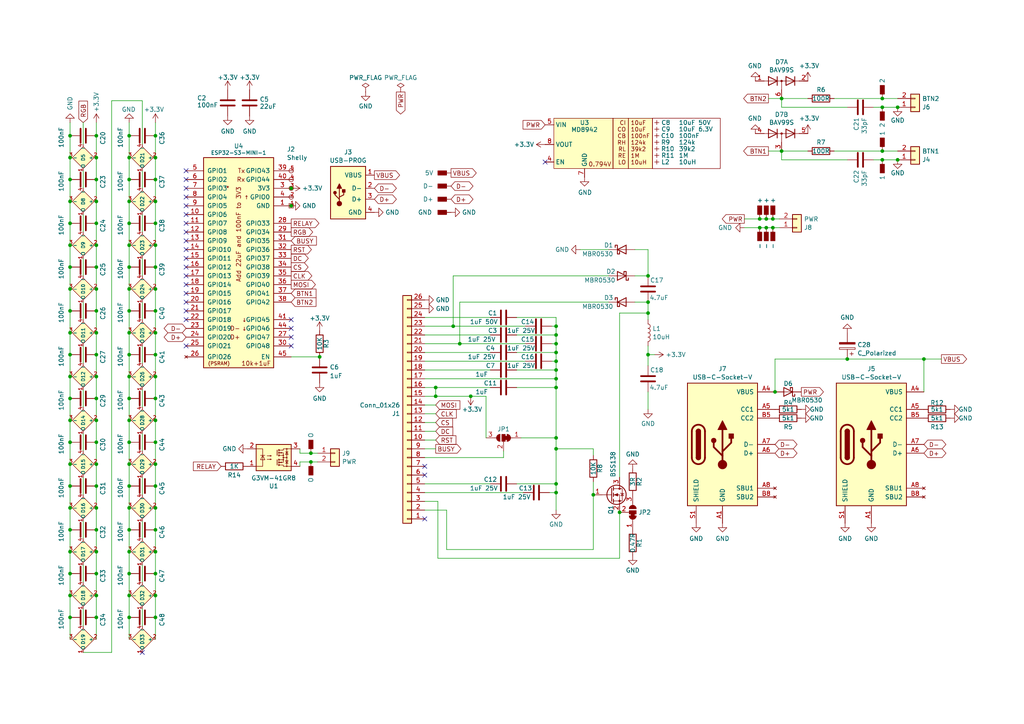
<source format=kicad_sch>
(kicad_sch (version 20230121) (generator eeschema)
  (paper "A4")
  (title_block (title "E-Paper 7.5\"") (rev "1") (comment 1 "@TheRealRevK") (comment 2 "www.me.uk"))
  (junction (at 20.32 128.27))
  (junction (at 37.465 128.27))
  (junction (at 27.94 115.57))
  (junction (at 20.32 140.97))
  (junction (at 255.905 46.355))
  (junction (at 37.465 39.37))
  (junction (at 20.32 121.92))
  (junction (at 27.94 140.97))
  (junction (at 27.94 77.47))
  (junction (at 37.465 140.97))
  (junction (at 20.32 179.07))
  (junction (at 92.71 103.505))
  (junction (at 37.465 160.02))
  (junction (at 20.32 172.72))
  (junction (at 245.745 104.14))
  (junction (at 37.465 58.42))
  (junction (at 27.94 96.52))
  (junction (at 224.79 113.665))
  (junction (at 37.465 134.62))
  (junction (at 45.085 83.82))
  (junction (at 27.94 45.72))
  (junction (at 45.085 52.07))
  (junction (at 161.29 102.235))
  (junction (at 37.465 109.22))
  (junction (at 45.085 115.57))
  (junction (at 161.29 104.775))
  (junction (at 131.445 94.615))
  (junction (at 27.94 166.37))
  (junction (at 27.94 58.42))
  (junction (at 45.085 109.22))
  (junction (at 187.96 87.63))
  (junction (at 224.155 63.5))
  (junction (at 45.085 96.52))
  (junction (at 27.94 64.77))
  (junction (at 27.94 134.62))
  (junction (at 267.97 104.14))
  (junction (at 45.085 172.72))
  (junction (at 84.455 54.61))
  (junction (at 90.17 131.445))
  (junction (at 20.32 160.02))
  (junction (at 45.085 58.42))
  (junction (at 37.465 102.87))
  (junction (at 161.29 130.175))
  (junction (at 45.085 39.37))
  (junction (at 37.465 96.52))
  (junction (at 45.085 128.27))
  (junction (at 136.525 114.935))
  (junction (at 27.94 153.67))
  (junction (at 20.32 77.47))
  (junction (at 224.155 66.04))
  (junction (at 255.905 43.815))
  (junction (at 20.32 115.57))
  (junction (at 187.96 80.01))
  (junction (at 20.32 83.82))
  (junction (at 179.705 148.59))
  (junction (at 27.94 121.92))
  (junction (at 220.345 63.5))
  (junction (at 20.32 52.07))
  (junction (at 84.455 59.69))
  (junction (at 187.96 102.87))
  (junction (at 161.29 142.875))
  (junction (at 45.085 71.12))
  (junction (at 37.465 52.07))
  (junction (at 27.94 90.17))
  (junction (at 20.32 45.72))
  (junction (at 45.085 102.87))
  (junction (at 222.25 66.04))
  (junction (at 45.085 179.07))
  (junction (at 27.94 172.72))
  (junction (at 45.085 45.72))
  (junction (at 27.94 128.27))
  (junction (at 45.085 147.32))
  (junction (at 20.32 153.67))
  (junction (at 45.085 121.92))
  (junction (at 37.465 64.77))
  (junction (at 45.085 153.67))
  (junction (at 161.29 112.395))
  (junction (at 20.32 58.42))
  (junction (at 220.345 66.04))
  (junction (at 90.17 133.985))
  (junction (at 20.32 102.87))
  (junction (at 20.32 166.37))
  (junction (at 45.085 77.47))
  (junction (at 27.94 83.82))
  (junction (at 20.32 90.17))
  (junction (at 187.96 90.805))
  (junction (at 27.94 39.37))
  (junction (at 260.35 46.355))
  (junction (at 126.365 112.395))
  (junction (at 45.085 140.97))
  (junction (at 45.085 90.17))
  (junction (at 133.35 99.695))
  (junction (at 255.905 31.115))
  (junction (at 27.94 179.07))
  (junction (at 27.94 109.22))
  (junction (at 161.29 109.855))
  (junction (at 161.29 140.335))
  (junction (at 20.32 71.12))
  (junction (at 27.94 160.02))
  (junction (at 161.29 107.315))
  (junction (at 37.465 121.92))
  (junction (at 20.32 64.77))
  (junction (at 37.465 153.67))
  (junction (at 222.25 63.5))
  (junction (at 37.465 172.72))
  (junction (at 260.35 31.115))
  (junction (at 37.465 77.47))
  (junction (at 37.465 90.17))
  (junction (at 37.465 147.32))
  (junction (at 126.365 114.935))
  (junction (at 27.94 147.32))
  (junction (at 226.695 28.575))
  (junction (at 27.94 102.87))
  (junction (at 27.94 71.12))
  (junction (at 37.465 83.82))
  (junction (at 37.465 71.12))
  (junction (at 20.32 39.37))
  (junction (at 20.32 96.52))
  (junction (at 20.32 134.62))
  (junction (at 172.085 143.51))
  (junction (at 37.465 166.37))
  (junction (at 27.94 52.07))
  (junction (at 37.465 179.07))
  (junction (at 37.465 115.57))
  (junction (at 161.29 99.695))
  (junction (at 20.32 147.32))
  (junction (at 226.695 43.815))
  (junction (at 45.085 134.62))
  (junction (at 255.905 28.575))
  (junction (at 45.085 64.77))
  (junction (at 161.29 127))
  (junction (at 45.085 166.37))
  (junction (at 20.32 109.22))
  (junction (at 161.29 97.155))
  (junction (at 45.085 160.02))
  (junction (at 161.29 94.615))
  (junction (at 37.465 45.72))
  (no_connect (at 53.975 80.01))
  (no_connect (at 53.975 64.77))
  (no_connect (at 53.975 77.47))
  (no_connect (at 53.975 57.15))
  (no_connect (at 123.19 137.795))
  (no_connect (at 53.975 92.71))
  (no_connect (at 53.975 49.53))
  (no_connect (at 84.455 92.71))
  (no_connect (at 84.455 100.33))
  (no_connect (at 84.455 97.79))
  (no_connect (at 53.975 59.69))
  (no_connect (at 158.115 46.99))
  (no_connect (at 53.975 54.61))
  (no_connect (at 53.975 82.55))
  (no_connect (at 53.975 90.17))
  (no_connect (at 53.975 85.09))
  (no_connect (at 53.975 72.39))
  (no_connect (at 53.975 52.07))
  (no_connect (at 123.19 135.255))
  (no_connect (at 53.975 69.85))
  (no_connect (at 53.975 100.33))
  (no_connect (at 84.455 95.25))
  (no_connect (at 53.975 67.31))
  (no_connect (at 41.275 189.23))
  (no_connect (at 123.19 150.495))
  (no_connect (at 53.975 62.23))
  (no_connect (at 53.975 87.63))
  (no_connect (at 53.975 74.93))
  (wire (pts (xy 90.17 133.985) (xy 86.995 133.985)))
  (wire (pts (xy 27.94 64.77) (xy 27.94 71.12)))
  (wire (pts (xy 161.29 112.395) (xy 161.29 127)))
  (wire (pts (xy 37.465 45.72) (xy 37.465 52.07)))
  (wire (pts (xy 123.19 117.475) (xy 126.365 117.475)))
  (wire (pts (xy 27.94 134.62) (xy 27.94 140.97)))
  (wire (pts (xy 255.905 43.815) (xy 260.35 43.815)))
  (wire (pts (xy 123.19 109.855) (xy 161.29 109.855)))
  (wire (pts (xy 179.705 148.59) (xy 179.705 161.925)))
  (wire (pts (xy 32.385 29.21) (xy 41.275 29.21)))
  (wire (pts (xy 20.32 134.62) (xy 20.32 140.97)))
  (wire (pts (xy 20.32 102.87) (xy 20.32 109.22)))
  (wire (pts (xy 224.155 63.5) (xy 226.06 63.5)))
  (wire (pts (xy 149.86 107.315) (xy 161.29 107.315)))
  (wire (pts (xy 20.32 153.67) (xy 20.32 160.02)))
  (wire (pts (xy 20.32 115.57) (xy 20.32 121.92)))
  (wire (pts (xy 90.17 131.445) (xy 92.075 131.445)))
  (wire (pts (xy 41.275 181.61) (xy 41.275 176.53)))
  (wire (pts (xy 187.96 100.33) (xy 187.96 102.87)))
  (wire (pts (xy 27.94 58.42) (xy 27.94 64.77)))
  (wire (pts (xy 241.935 28.575) (xy 255.905 28.575)))
  (wire (pts (xy 168.275 72.39) (xy 176.53 72.39)))
  (wire (pts (xy 37.465 153.67) (xy 37.465 160.02)))
  (wire (pts (xy 161.29 94.615) (xy 161.29 92.075)))
  (wire (pts (xy 27.94 96.52) (xy 27.94 102.87)))
  (wire (pts (xy 151.13 127) (xy 161.29 127)))
  (wire (pts (xy 45.085 115.57) (xy 45.085 121.92)))
  (wire (pts (xy 45.085 109.22) (xy 45.085 115.57)))
  (wire (pts (xy 123.19 130.175) (xy 126.365 130.175)))
  (wire (pts (xy 41.275 143.51) (xy 41.275 138.43)))
  (wire (pts (xy 126.365 114.935) (xy 136.525 114.935)))
  (wire (pts (xy 172.085 130.175) (xy 161.29 130.175)))
  (wire (pts (xy 37.465 35.56) (xy 37.465 39.37)))
  (wire (pts (xy 253.365 46.355) (xy 255.905 46.355)))
  (wire (pts (xy 27.94 83.82) (xy 27.94 90.17)))
  (wire (pts (xy 161.29 104.775) (xy 161.29 102.235)))
  (wire (pts (xy 27.94 109.22) (xy 27.94 115.57)))
  (wire (pts (xy 20.32 147.32) (xy 20.32 153.67)))
  (wire (pts (xy 160.02 94.615) (xy 161.29 94.615)))
  (wire (pts (xy 20.32 64.77) (xy 20.32 71.12)))
  (wire (pts (xy 161.29 99.695) (xy 161.29 97.155)))
  (wire (pts (xy 123.19 145.415) (xy 127 145.415)))
  (wire (pts (xy 161.29 130.175) (xy 161.29 140.335)))
  (wire (pts (xy 187.96 113.665) (xy 187.96 118.745)))
  (wire (pts (xy 126.365 112.395) (xy 126.365 114.935)))
  (wire (pts (xy 20.32 71.12) (xy 20.32 77.47)))
  (wire (pts (xy 45.085 45.72) (xy 45.085 52.07)))
  (wire (pts (xy 253.365 31.115) (xy 255.905 31.115)))
  (wire (pts (xy 27.94 71.12) (xy 27.94 77.47)))
  (wire (pts (xy 20.32 39.37) (xy 20.32 45.72)))
  (wire (pts (xy 161.29 107.315) (xy 161.29 109.855)))
  (wire (pts (xy 27.94 90.17) (xy 27.94 96.52)))
  (wire (pts (xy 27.94 52.07) (xy 27.94 58.42)))
  (wire (pts (xy 45.085 102.87) (xy 45.085 109.22)))
  (wire (pts (xy 187.96 90.805) (xy 187.96 92.71)))
  (wire (pts (xy 45.085 64.77) (xy 45.085 71.12)))
  (wire (pts (xy 255.905 46.355) (xy 260.35 46.355)))
  (wire (pts (xy 245.745 104.14) (xy 267.97 104.14)))
  (wire (pts (xy 20.32 96.52) (xy 20.32 102.87)))
  (wire (pts (xy 187.96 102.87) (xy 189.865 102.87)))
  (wire (pts (xy 37.465 58.42) (xy 37.465 64.77)))
  (wire (pts (xy 172.085 143.51) (xy 172.085 159.385)))
  (wire (pts (xy 24.13 92.71) (xy 24.13 87.63)))
  (wire (pts (xy 20.32 172.72) (xy 20.32 179.07)))
  (wire (pts (xy 187.96 102.87) (xy 187.96 106.045)))
  (wire (pts (xy 90.17 131.445) (xy 86.995 131.445)))
  (wire (pts (xy 45.085 96.52) (xy 45.085 102.87)))
  (wire (pts (xy 160.02 99.695) (xy 161.29 99.695)))
  (wire (pts (xy 41.275 113.03) (xy 41.275 118.11)))
  (wire (pts (xy 129.54 147.955) (xy 129.54 159.385)))
  (wire (pts (xy 161.29 104.775) (xy 161.29 107.315)))
  (wire (pts (xy 37.465 90.17) (xy 37.465 96.52)))
  (wire (pts (xy 123.19 125.095) (xy 126.365 125.095)))
  (wire (pts (xy 41.275 105.41) (xy 41.275 100.33)))
  (wire (pts (xy 37.465 39.37) (xy 37.465 45.72)))
  (wire (pts (xy 24.13 130.81) (xy 24.13 125.73)))
  (wire (pts (xy 24.13 80.01) (xy 24.13 74.93)))
  (wire (pts (xy 86.995 133.985) (xy 86.995 135.255)))
  (wire (pts (xy 32.385 189.23) (xy 32.385 29.21)))
  (wire (pts (xy 226.695 43.815) (xy 226.695 46.355)))
  (wire (pts (xy 27.94 128.27) (xy 27.94 134.62)))
  (wire (pts (xy 123.19 107.315) (xy 142.24 107.315)))
  (wire (pts (xy 37.465 121.92) (xy 37.465 128.27)))
  (wire (pts (xy 27.94 102.87) (xy 27.94 109.22)))
  (wire (pts (xy 184.15 87.63) (xy 187.96 87.63)))
  (wire (pts (xy 20.32 45.72) (xy 20.32 52.07)))
  (wire (pts (xy 133.35 87.63) (xy 176.53 87.63)))
  (wire (pts (xy 123.19 132.715) (xy 146.05 132.715)))
  (wire (pts (xy 37.465 96.52) (xy 37.465 102.87)))
  (wire (pts (xy 161.29 142.875) (xy 161.29 147.955)))
  (wire (pts (xy 20.32 77.47) (xy 20.32 83.82)))
  (wire (pts (xy 45.085 39.37) (xy 45.085 45.72)))
  (wire (pts (xy 123.19 102.235) (xy 142.24 102.235)))
  (wire (pts (xy 45.085 160.02) (xy 45.085 166.37)))
  (wire (pts (xy 161.29 140.335) (xy 149.86 140.335)))
  (wire (pts (xy 45.085 166.37) (xy 45.085 172.72)))
  (wire (pts (xy 215.9 66.04) (xy 220.345 66.04)))
  (wire (pts (xy 37.465 109.22) (xy 37.465 115.57)))
  (wire (pts (xy 255.905 28.575) (xy 260.35 28.575)))
  (wire (pts (xy 222.25 66.04) (xy 224.155 66.04)))
  (wire (pts (xy 37.465 52.07) (xy 37.465 58.42)))
  (wire (pts (xy 226.695 28.575) (xy 226.695 31.115)))
  (wire (pts (xy 220.345 66.04) (xy 222.25 66.04)))
  (wire (pts (xy 27.94 35.56) (xy 27.94 39.37)))
  (wire (pts (xy 37.465 147.32) (xy 37.465 153.67)))
  (wire (pts (xy 37.465 83.82) (xy 37.465 90.17)))
  (wire (pts (xy 45.085 172.72) (xy 45.085 179.07)))
  (wire (pts (xy 41.275 29.21) (xy 41.275 41.91)))
  (wire (pts (xy 140.97 114.935) (xy 140.97 127)))
  (wire (pts (xy 45.085 52.07) (xy 45.085 58.42)))
  (wire (pts (xy 222.885 28.575) (xy 226.695 28.575)))
  (wire (pts (xy 222.25 63.5) (xy 224.155 63.5)))
  (wire (pts (xy 27.94 172.72) (xy 27.94 179.07)))
  (wire (pts (xy 24.13 35.56) (xy 24.13 41.91)))
  (wire (pts (xy 45.085 147.32) (xy 45.085 153.67)))
  (wire (pts (xy 24.13 181.61) (xy 24.13 176.53)))
  (wire (pts (xy 37.465 64.77) (xy 37.465 71.12)))
  (wire (pts (xy 187.96 72.39) (xy 187.96 80.01)))
  (wire (pts (xy 45.085 128.27) (xy 45.085 134.62)))
  (wire (pts (xy 224.79 104.14) (xy 245.745 104.14)))
  (wire (pts (xy 161.29 92.075) (xy 149.86 92.075)))
  (wire (pts (xy 123.19 99.695) (xy 133.35 99.695)))
  (wire (pts (xy 37.465 172.72) (xy 37.465 179.07)))
  (wire (pts (xy 179.705 90.805) (xy 179.705 138.43)))
  (wire (pts (xy 172.085 132.08) (xy 172.085 130.175)))
  (wire (pts (xy 37.465 128.27) (xy 37.465 134.62)))
  (wire (pts (xy 41.275 168.91) (xy 41.275 163.83)))
  (wire (pts (xy 41.275 92.71) (xy 41.275 87.63)))
  (wire (pts (xy 37.465 71.12) (xy 37.465 77.47)))
  (wire (pts (xy 20.32 128.27) (xy 20.32 134.62)))
  (wire (pts (xy 146.05 132.715) (xy 146.05 130.81)))
  (wire (pts (xy 45.085 58.42) (xy 45.085 64.77)))
  (wire (pts (xy 24.13 156.21) (xy 24.13 151.13)))
  (wire (pts (xy 136.525 114.935) (xy 140.97 114.935)))
  (wire (pts (xy 84.455 103.505) (xy 92.71 103.505)))
  (wire (pts (xy 123.19 97.155) (xy 142.24 97.155)))
  (wire (pts (xy 45.085 90.17) (xy 45.085 96.52)))
  (wire (pts (xy 161.29 127) (xy 161.29 130.175)))
  (wire (pts (xy 184.15 72.39) (xy 187.96 72.39)))
  (wire (pts (xy 41.275 130.81) (xy 41.275 125.73)))
  (wire (pts (xy 24.13 189.23) (xy 32.385 189.23)))
  (wire (pts (xy 27.94 115.57) (xy 27.94 121.92)))
  (wire (pts (xy 27.94 140.97) (xy 27.94 147.32)))
  (wire (pts (xy 123.19 147.955) (xy 129.54 147.955)))
  (wire (pts (xy 160.02 104.775) (xy 161.29 104.775)))
  (wire (pts (xy 45.085 35.56) (xy 45.085 39.37)))
  (wire (pts (xy 20.32 179.07) (xy 20.32 185.42)))
  (wire (pts (xy 222.885 43.815) (xy 226.695 43.815)))
  (wire (pts (xy 20.32 35.56) (xy 20.32 39.37)))
  (wire (pts (xy 123.19 94.615) (xy 131.445 94.615)))
  (wire (pts (xy 187.96 90.805) (xy 179.705 90.805)))
  (wire (pts (xy 20.32 160.02) (xy 20.32 166.37)))
  (wire (pts (xy 24.13 143.51) (xy 24.13 138.43)))
  (wire (pts (xy 123.19 127.635) (xy 126.365 127.635)))
  (wire (pts (xy 226.695 28.575) (xy 234.315 28.575)))
  (wire (pts (xy 241.935 43.815) (xy 255.905 43.815)))
  (wire (pts (xy 37.465 140.97) (xy 37.465 147.32)))
  (wire (pts (xy 20.32 52.07) (xy 20.32 58.42)))
  (wire (pts (xy 45.085 179.07) (xy 45.085 185.42)))
  (wire (pts (xy 161.29 140.335) (xy 161.29 142.875)))
  (wire (pts (xy 161.29 102.235) (xy 161.29 99.695)))
  (wire (pts (xy 224.79 113.665) (xy 224.79 104.14)))
  (wire (pts (xy 37.465 102.87) (xy 37.465 109.22)))
  (wire (pts (xy 37.465 77.47) (xy 37.465 83.82)))
  (wire (pts (xy 255.905 31.115) (xy 260.35 31.115)))
  (wire (pts (xy 172.085 139.7) (xy 172.085 143.51)))
  (wire (pts (xy 27.94 147.32) (xy 27.94 153.67)))
  (wire (pts (xy 226.695 43.815) (xy 234.315 43.815)))
  (wire (pts (xy 123.19 140.335) (xy 142.24 140.335)))
  (wire (pts (xy 131.445 94.615) (xy 131.445 80.01)))
  (wire (pts (xy 149.86 102.235) (xy 161.29 102.235)))
  (wire (pts (xy 45.085 77.47) (xy 45.085 83.82)))
  (wire (pts (xy 161.29 112.395) (xy 161.29 109.855)))
  (wire (pts (xy 45.085 140.97) (xy 45.085 147.32)))
  (wire (pts (xy 131.445 94.615) (xy 152.4 94.615)))
  (wire (pts (xy 187.96 87.63) (xy 187.96 90.805)))
  (wire (pts (xy 24.13 168.91) (xy 24.13 163.83)))
  (wire (pts (xy 24.13 105.41) (xy 24.13 100.33)))
  (wire (pts (xy 226.695 46.355) (xy 245.745 46.355)))
  (wire (pts (xy 226.695 31.115) (xy 245.745 31.115)))
  (wire (pts (xy 27.94 166.37) (xy 27.94 172.72)))
  (wire (pts (xy 161.29 97.155) (xy 161.29 94.615)))
  (wire (pts (xy 20.32 90.17) (xy 20.32 96.52)))
  (wire (pts (xy 215.9 63.5) (xy 220.345 63.5)))
  (wire (pts (xy 37.465 179.07) (xy 37.465 185.42)))
  (wire (pts (xy 149.86 97.155) (xy 161.29 97.155)))
  (wire (pts (xy 27.94 39.37) (xy 27.94 45.72)))
  (wire (pts (xy 45.085 153.67) (xy 45.085 160.02)))
  (wire (pts (xy 20.32 166.37) (xy 20.32 172.72)))
  (wire (pts (xy 27.94 160.02) (xy 27.94 166.37)))
  (wire (pts (xy 45.085 71.12) (xy 45.085 77.47)))
  (wire (pts (xy 161.29 142.875) (xy 159.385 142.875)))
  (wire (pts (xy 149.86 112.395) (xy 161.29 112.395)))
  (wire (pts (xy 123.19 122.555) (xy 126.365 122.555)))
  (wire (pts (xy 41.275 54.61) (xy 41.275 49.53)))
  (wire (pts (xy 27.94 179.07) (xy 27.94 185.42)))
  (wire (pts (xy 41.275 156.21) (xy 41.275 151.13)))
  (wire (pts (xy 127 145.415) (xy 127 161.925)))
  (wire (pts (xy 224.155 66.04) (xy 226.06 66.04)))
  (wire (pts (xy 27.94 77.47) (xy 27.94 83.82)))
  (wire (pts (xy 220.345 63.5) (xy 222.25 63.5)))
  (wire (pts (xy 184.15 80.01) (xy 187.96 80.01)))
  (wire (pts (xy 37.465 160.02) (xy 37.465 166.37)))
  (wire (pts (xy 90.17 133.985) (xy 92.075 133.985)))
  (wire (pts (xy 45.085 83.82) (xy 45.085 90.17)))
  (wire (pts (xy 133.35 99.695) (xy 152.4 99.695)))
  (wire (pts (xy 45.085 134.62) (xy 45.085 140.97)))
  (wire (pts (xy 41.275 67.31) (xy 41.275 62.23)))
  (wire (pts (xy 133.35 99.695) (xy 133.35 87.63)))
  (wire (pts (xy 86.995 131.445) (xy 86.995 130.175)))
  (wire (pts (xy 41.275 80.01) (xy 41.275 74.93)))
  (wire (pts (xy 131.445 80.01) (xy 176.53 80.01)))
  (wire (pts (xy 24.13 67.31) (xy 24.13 62.23)))
  (wire (pts (xy 27.94 121.92) (xy 27.94 128.27)))
  (wire (pts (xy 20.32 140.97) (xy 20.32 147.32)))
  (wire (pts (xy 123.19 120.015) (xy 126.365 120.015)))
  (wire (pts (xy 20.32 58.42) (xy 20.32 64.77)))
  (wire (pts (xy 126.365 112.395) (xy 142.24 112.395)))
  (wire (pts (xy 123.19 112.395) (xy 126.365 112.395)))
  (wire (pts (xy 123.19 92.075) (xy 142.24 92.075)))
  (wire (pts (xy 27.94 45.72) (xy 27.94 52.07)))
  (wire (pts (xy 37.465 134.62) (xy 37.465 140.97)))
  (wire (pts (xy 27.94 153.67) (xy 27.94 160.02)))
  (wire (pts (xy 267.97 104.14) (xy 267.97 113.665)))
  (wire (pts (xy 37.465 115.57) (xy 37.465 121.92)))
  (wire (pts (xy 37.465 166.37) (xy 37.465 172.72)))
  (wire (pts (xy 20.32 83.82) (xy 20.32 90.17)))
  (wire (pts (xy 45.085 121.92) (xy 45.085 128.27)))
  (wire (pts (xy 123.19 104.775) (xy 152.4 104.775)))
  (wire (pts (xy 123.19 114.935) (xy 126.365 114.935)))
  (wire (pts (xy 127 161.925) (xy 179.705 161.925)))
  (wire (pts (xy 267.97 104.14) (xy 273.05 104.14)))
  (wire (pts (xy 24.13 49.53) (xy 24.13 54.61)))
  (wire (pts (xy 129.54 159.385) (xy 172.085 159.385)))
  (wire (pts (xy 123.19 142.875) (xy 151.765 142.875)))
  (wire (pts (xy 24.13 113.03) (xy 24.13 118.11)))
  (wire (pts (xy 20.32 109.22) (xy 20.32 115.57)))
  (wire (pts (xy 20.32 121.92) (xy 20.32 128.27)))
  (global_label "CLK" (shape input) (at 126.365 120.015 0) (property "Intersheetrefs" "${INTERSHEET_REFS}" (effects hide)))
  (global_label "BTN2" (shape output) (at 222.885 28.575 180) (property "Intersheetrefs" "${INTERSHEET_REFS}" (effects hide)))
  (global_label "BTN2" (shape input) (at 84.455 87.63 0) (property "Intersheetrefs" "${INTERSHEET_REFS}" (effects hide)))
  (global_label "MOSI" (shape output) (at 84.455 82.55 0) (property "Intersheetrefs" "${INTERSHEET_REFS}" (effects hide)))
  (global_label "MOSI" (shape input) (at 126.365 117.475 0) (property "Intersheetrefs" "${INTERSHEET_REFS}" (effects hide)))
  (global_label "VBUS" (shape output) (at 108.585 50.8 0) (property "Intersheetrefs" "${INTERSHEET_REFS}" (effects hide)))
  (global_label "BUSY" (shape input) (at 84.455 69.85 0) (property "Intersheetrefs" "${INTERSHEET_REFS}" (effects hide)))
  (global_label "PWR" (shape output) (at 232.41 113.665 0) (property "Intersheetrefs" "${INTERSHEET_REFS}" (effects hide)))
  (global_label "VBUS" (shape output) (at 273.05 104.14 0) (property "Intersheetrefs" "${INTERSHEET_REFS}" (effects hide)))
  (global_label "D+" (shape bidirectional) (at 224.79 131.445 0) (property "Intersheetrefs" "${INTERSHEET_REFS}" (effects hide)))
  (global_label "PWR" (shape output) (at 215.9 63.5 180) (property "Intersheetrefs" "${INTERSHEET_REFS}" (effects hide)))
  (global_label "VBUS" (shape output) (at 130.81 50.165 0) (property "Intersheetrefs" "${INTERSHEET_REFS}" (effects hide)))
  (global_label "RELAY" (shape input) (at 64.135 135.255 180) (property "Intersheetrefs" "${INTERSHEET_REFS}" (effects hide)))
  (global_label "PWR" (shape input) (at 158.115 36.195 180) (property "Intersheetrefs" "${INTERSHEET_REFS}" (effects hide)))
  (global_label "DC" (shape output) (at 84.455 74.93 0) (property "Intersheetrefs" "${INTERSHEET_REFS}" (effects hide)))
  (global_label "D+" (shape bidirectional) (at 53.975 97.79 180) (property "Intersheetrefs" "${INTERSHEET_REFS}" (effects hide)))
  (global_label "PWR" (shape output) (at 116.205 26.67 270) (property "Intersheetrefs" "${INTERSHEET_REFS}" (effects hide)))
  (global_label "RST" (shape output) (at 84.455 72.39 0) (property "Intersheetrefs" "${INTERSHEET_REFS}" (effects hide)))
  (global_label "CS" (shape output) (at 84.455 77.47 0) (property "Intersheetrefs" "${INTERSHEET_REFS}" (effects hide)))
  (global_label "D+" (shape bidirectional) (at 130.81 57.785 0) (property "Intersheetrefs" "${INTERSHEET_REFS}" (effects hide)))
  (global_label "BUSY" (shape output) (at 126.365 130.175 0) (property "Intersheetrefs" "${INTERSHEET_REFS}" (effects hide)))
  (global_label "D-" (shape bidirectional) (at 224.79 128.905 0) (property "Intersheetrefs" "${INTERSHEET_REFS}" (effects hide)))
  (global_label "DC" (shape input) (at 126.365 125.095 0) (property "Intersheetrefs" "${INTERSHEET_REFS}" (effects hide)))
  (global_label "RGB" (shape output) (at 84.455 67.31 0) (property "Intersheetrefs" "${INTERSHEET_REFS}" (effects hide)))
  (global_label "D-" (shape bidirectional) (at 53.975 95.25 180) (property "Intersheetrefs" "${INTERSHEET_REFS}" (effects hide)))
  (global_label "D+" (shape bidirectional) (at 267.97 131.445 0) (property "Intersheetrefs" "${INTERSHEET_REFS}" (effects hide)))
  (global_label "RST" (shape input) (at 126.365 127.635 0) (property "Intersheetrefs" "${INTERSHEET_REFS}" (effects hide)))
  (global_label "CS" (shape input) (at 126.365 122.555 0) (property "Intersheetrefs" "${INTERSHEET_REFS}" (effects hide)))
  (global_label "D+" (shape bidirectional) (at 108.585 57.785 0) (property "Intersheetrefs" "${INTERSHEET_REFS}" (effects hide)))
  (global_label "CLK" (shape output) (at 84.455 80.01 0) (property "Intersheetrefs" "${INTERSHEET_REFS}" (effects hide)))
  (global_label "D-" (shape bidirectional) (at 108.585 54.61 0) (property "Intersheetrefs" "${INTERSHEET_REFS}" (effects hide)))
  (global_label "D-" (shape bidirectional) (at 130.81 53.975 0) (property "Intersheetrefs" "${INTERSHEET_REFS}" (effects hide)))
  (global_label "RGB" (shape input) (at 24.13 35.56 90) (property "Intersheetrefs" "${INTERSHEET_REFS}" (effects hide)))
  (global_label "BTN1" (shape input) (at 84.455 85.09 0) (property "Intersheetrefs" "${INTERSHEET_REFS}" (effects hide)))
  (global_label "D-" (shape bidirectional) (at 267.97 128.905 0) (property "Intersheetrefs" "${INTERSHEET_REFS}" (effects hide)))
  (global_label "BTN1" (shape output) (at 222.885 43.815 180) (property "Intersheetrefs" "${INTERSHEET_REFS}" (effects hide)))
  (global_label "RELAY" (shape output) (at 84.455 64.77 0) (property "Intersheetrefs" "${INTERSHEET_REFS}" (effects hide)))
  (symbol (lib_id "power:GND") (at 106.045 26.67 0) (unit 1)
    (property "Reference" "#PWR029" (effects hide))
    (property "Value" "GND" (at 106.045 30.8031 0))
  )
  (symbol (lib_id "RevK:Shelly") (at 84.455 54.61 0) (unit 1) (in_bom no)
    (property "Reference" "J2" (at 83.185 43.2958 0) (effects (justify left)))
    (property "Value" "Shelly" (at 83.185 45.72 0) (effects (justify left)))
    (property "Footprint" "RevK:Shelly" (effects hide))
  )
  (symbol (lib_id "RevK:WS2812B-1mm") (at 41.275 45.72 90) (mirror x) (unit 1)
    (property "Reference" "D21" (at 41.275 45.72 0) (effects (font (size 1 1))))
    (property "Value" "XL-1010RGBC-WS2812B" (effects hide))
    (property "Footprint" "RevK:SMD1010" (effects hide))
    (property "Datasheet" "https://datasheet.lcsc.com/lcsc/2301111010_XINGLIGHT-XL-1010RGBC-WS2812B_C5349953.pdf" (effects hide))
    (property "LCSC Part #" "C5349953" (effects hide))
  )
  (symbol (lib_id "RevK:Hidden") (at 190.5 39.37 90) (unit 1)
    (property "Reference" "C10" (at 195.58 39.37 90) (effects (justify left)))
    (property "Value" "100nF" (at 196.85 39.37 90) (effects (justify right)))
    (property "Footprint" "RevK:C_0603_" (effects hide))
  )
  (symbol (lib_id "RevK:WS2812B-1mm") (at 24.13 185.42 90) (mirror x) (unit 1)
    (property "Reference" "D19" (at 24.13 185.42 0) (effects (font (size 1 1))))
    (property "Value" "XL-1010RGBC-WS2812B" (effects hide))
    (property "Footprint" "RevK:SMD1010" (effects hide))
    (property "Datasheet" "https://datasheet.lcsc.com/lcsc/2301111010_XINGLIGHT-XL-1010RGBC-WS2812B_C5349953.pdf" (effects hide))
    (property "LCSC Part #" "C5349953" (effects hide))
  )
  (symbol (lib_id "power:+3.3V") (at 92.71 95.885 0) (unit 1)
    (property "Reference" "#PWR014" (effects hide))
    (property "Value" "+3.3V" (at 92.71 92.3092 0))
  )
  (symbol (lib_id "RevK:WS2812B-1mm") (at 41.275 58.42 90) (mirror x) (unit 1)
    (property "Reference" "D22" (at 41.275 58.42 0) (effects (font (size 1 1))))
    (property "Value" "XL-1010RGBC-WS2812B" (effects hide))
    (property "Footprint" "RevK:SMD1010" (effects hide))
    (property "Datasheet" "https://datasheet.lcsc.com/lcsc/2301111010_XINGLIGHT-XL-1010RGBC-WS2812B_C5349953.pdf" (effects hide))
    (property "LCSC Part #" "C5349953" (effects hide))
  )
  (symbol (lib_id "Device:C") (at 156.21 99.695 90) (unit 1)
    (property "Reference" "C15" (at 153.035 98.425 90))
    (property "Value" "1uF 25V" (at 151.13 100.965 90))
    (property "Footprint" "RevK:C_0402" (effects hide))
  )
  (symbol (lib_id "Device:C") (at 41.275 39.37 270) (unit 1)
    (property "Reference" "C36" (at 46.99 38.1 0) (effects (justify left)))
    (property "Value" "100nF" (at 34.925 36.83 0) (effects (justify left)))
    (property "Footprint" "RevK:C_0402" (effects hide))
  )
  (symbol (lib_id "Device:C") (at 146.05 102.235 90) (unit 1)
    (property "Reference" "C4" (at 142.24 100.965 90))
    (property "Value" "1uF 25V" (at 139.7 103.505 90))
    (property "Footprint" "RevK:C_0402" (effects hide))
  )
  (symbol (lib_id "power:+3.3V") (at 27.94 35.56 0) (unit 1)
    (property "Reference" "#PWR022" (effects hide))
    (property "Value" "+3.3V" (at 27.94 26.67 90) (effects (justify right)))
  )
  (symbol (lib_id "Device:C") (at 24.13 39.37 270) (unit 1)
    (property "Reference" "C20" (at 29.845 38.1 0) (effects (justify left)))
    (property "Value" "100nF" (at 17.78 36.83 0) (effects (justify left)))
    (property "Footprint" "RevK:C_0402" (effects hide))
  )
  (symbol (lib_id "Jumper:SolderJumper_3_Bridged12") (at 183.515 148.59 270) (mirror x) (unit 1) (in_bom no)
    (property "Reference" "JP2" (at 185.1659 148.59 90) (effects (justify left)))
    (property "Value" "SolderJumper_3_Bridged12" (effects hide))
    (property "Footprint" "RevK:SolderJumper3" (effects hide))
  )
  (symbol (lib_id "RevK:SolderPad") (at 255.905 46.355 270) (unit 1) (in_bom no)
    (property "Reference" "P2" (effects hide))
    (property "Value" "1" (at 255.905 50.8 0) (effects (justify left)))
    (property "Footprint" "RevK:SolderPad" (effects hide))
  )
  (symbol (lib_id "Device:R") (at 238.125 28.575 270) (unit 1)
    (property "Reference" "R6" (at 238.125 26.035 90))
    (property "Value" "100R" (at 238.125 28.575 90))
    (property "Footprint" "RevK:R_0402" (effects hide))
  )
  (symbol (lib_id "power:GND") (at 275.59 118.745 90) (unit 1)
    (property "Reference" "#PWR035" (effects hide))
    (property "Value" "GND" (at 280.0334 118.745 90))
  )
  (symbol (lib_id "Device:C") (at 24.13 128.27 270) (unit 1)
    (property "Reference" "C30" (at 29.845 127 0) (effects (justify left)))
    (property "Value" "100nF" (at 17.78 125.73 0) (effects (justify left)))
    (property "Footprint" "RevK:C_0402" (effects hide))
  )
  (symbol (lib_id "Device:C") (at 146.05 107.315 90) (unit 1)
    (property "Reference" "C7" (at 142.24 106.045 90))
    (property "Value" "1uF" (at 139.7 108.585 90))
    (property "Footprint" "RevK:C_0402" (effects hide))
  )
  (symbol (lib_id "RevK:WS2812B-1mm") (at 41.275 134.62 90) (mirror x) (unit 1)
    (property "Reference" "D29" (at 41.275 134.62 0) (effects (font (size 1 1))))
    (property "Value" "XL-1010RGBC-WS2812B" (effects hide))
    (property "Footprint" "RevK:SMD1010" (effects hide))
    (property "Datasheet" "https://datasheet.lcsc.com/lcsc/2301111010_XINGLIGHT-XL-1010RGBC-WS2812B_C5349953.pdf" (effects hide))
    (property "LCSC Part #" "C5349953" (effects hide))
  )
  (symbol (lib_id "Device:C") (at 146.05 92.075 90) (unit 1)
    (property "Reference" "C1" (at 142.875 90.805 90))
    (property "Value" "1uF 50V" (at 140.335 93.345 90))
    (property "Footprint" "RevK:C_0603" (effects hide))
  )
  (symbol (lib_id "Device:C") (at 41.275 140.97 270) (unit 1)
    (property "Reference" "C45" (at 46.99 139.7 0) (effects (justify left)))
    (property "Value" "100nF" (at 34.925 138.43 0) (effects (justify left)))
    (property "Footprint" "RevK:C_0402" (effects hide))
  )
  (symbol (lib_id "power:GND") (at 71.755 130.175 270) (unit 1)
    (property "Reference" "#PWR025" (effects hide))
    (property "Value" "GND" (at 68.5801 130.175 90) (effects (justify right)))
  )
  (symbol (lib_id "RevK:USB-PROG") (at 100.965 55.88 0) (unit 1) (in_bom no)
    (property "Reference" "J3" (at 100.965 44.1157 0))
    (property "Value" "USB-PROG" (at 100.965 46.5399 0))
    (property "Footprint" "RevK:USB-PROG" (effects hide))
    (property "Datasheet" " ~" (effects hide))
  )
  (symbol (lib_id "RevK:WS2812B-1mm") (at 41.275 71.12 90) (mirror x) (unit 1)
    (property "Reference" "D23" (at 41.275 71.12 0) (effects (font (size 1 1))))
    (property "Value" "XL-1010RGBC-WS2812B" (effects hide))
    (property "Footprint" "RevK:SMD1010" (effects hide))
    (property "Datasheet" "https://datasheet.lcsc.com/lcsc/2301111010_XINGLIGHT-XL-1010RGBC-WS2812B_C5349953.pdf" (effects hide))
    (property "LCSC Part #" "C5349953" (effects hide))
  )
  (symbol (lib_id "power:GND") (at 245.745 96.52 180) (unit 1)
    (property "Reference" "#PWR026" (effects hide))
    (property "Value" "GND" (at 245.745 92.0766 0))
  )
  (symbol (lib_id "RevK:WS2812B-1mm") (at 41.275 109.22 90) (mirror x) (unit 1)
    (property "Reference" "D26" (at 41.275 109.22 0) (effects (font (size 1 1))))
    (property "Value" "XL-1010RGBC-WS2812B" (effects hide))
    (property "Footprint" "RevK:SMD1010" (effects hide))
    (property "Datasheet" "https://datasheet.lcsc.com/lcsc/2301111010_XINGLIGHT-XL-1010RGBC-WS2812B_C5349953.pdf" (effects hide))
    (property "LCSC Part #" "C5349953" (effects hide))
  )
  (symbol (lib_id "power:GND") (at 72.39 33.655 0) (unit 1)
    (property "Reference" "#PWR011" (effects hide))
    (property "Value" "GND" (at 72.39 38.0984 0))
  )
  (symbol (lib_id "power:GND") (at 183.515 135.89 180) (unit 1)
    (property "Reference" "#PWR07" (effects hide))
    (property "Value" "GND" (at 183.515 131.7569 0))
  )
  (symbol (lib_id "Diode:1N5819") (at 228.6 113.665 180) (unit 1)
    (property "Reference" "D6" (at 228.6 111.252 0))
    (property "Value" "MBR0530" (at 234.061 116.078 0))
    (property "Footprint" "RevK:D_SOD-123" (effects hide))
    (property "LCSC Part #" "C5204746" (effects hide))
  )
  (symbol (lib_id "RevK:SolderPad") (at 130.81 50.165 180) (unit 1) (in_bom no)
    (property "Reference" "P12" (effects hide))
    (property "Value" "5V" (at 125.73 50.165 0) (effects (justify left)))
    (property "Footprint" "RevK:SolderPad" (effects hide))
  )
  (symbol (lib_id "power:GND") (at 130.81 61.595 90) (unit 1)
    (property "Reference" "#PWR046" (effects hide))
    (property "Value" "GND" (at 133.985 61.595 90) (effects (justify right)))
  )
  (symbol (lib_id "RevK:SolderPad") (at 220.345 66.04 270) (unit 1) (in_bom no)
    (property "Reference" "P4" (effects hide))
    (property "Value" "-" (at 220.345 70.485 0) (effects (justify left)))
    (property "Footprint" "RevK:SolderPad" (effects hide))
  )
  (symbol (lib_id "power:GND") (at 232.41 118.745 90) (unit 1)
    (property "Reference" "#PWR037" (effects hide))
    (property "Value" "GND" (at 236.8534 118.745 90))
  )
  (symbol (lib_id "RevK:SolderPad") (at 222.25 66.04 270) (unit 1) (in_bom no)
    (property "Reference" "P16" (effects hide))
    (property "Value" "-" (at 222.25 70.485 0) (effects (justify left)))
    (property "Footprint" "RevK:SolderPad" (effects hide))
  )
  (symbol (lib_id "power:+3.3V") (at 234.315 38.735 0) (unit 1)
    (property "Reference" "#PWR043" (effects hide))
    (property "Value" "+3.3V" (at 234.696 34.3408 0))
  )
  (symbol (lib_id "power:GND") (at 92.71 111.125 0) (unit 1)
    (property "Reference" "#PWR015" (effects hide))
    (property "Value" "GND" (at 92.71 115.5684 0))
  )
  (symbol (lib_id "Device:C") (at 24.13 90.17 270) (unit 1)
    (property "Reference" "C26" (at 29.845 88.9 0) (effects (justify left)))
    (property "Value" "100nF" (at 17.78 87.63 0) (effects (justify left)))
    (property "Footprint" "RevK:C_0402" (effects hide))
  )
  (symbol (lib_id "Diode:1N5819") (at 180.34 87.63 0) (unit 1)
    (property "Reference" "D3" (at 176.53 86.36 0))
    (property "Value" "MBR0530" (at 173.355 88.9 0))
    (property "Footprint" "RevK:D_SOD-123" (effects hide))
    (property "LCSC Part #" "C5204746" (effects hide))
  )
  (symbol (lib_id "power:+3.3V") (at 234.315 23.495 0) (unit 1)
    (property "Reference" "#PWR042" (effects hide))
    (property "Value" "+3.3V" (at 234.696 19.1008 0))
  )
  (symbol (lib_id "RevK:WS2812B-1mm") (at 24.13 147.32 90) (mirror x) (unit 1)
    (property "Reference" "D16" (at 24.13 147.32 0) (effects (font (size 1 1))))
    (property "Value" "XL-1010RGBC-WS2812B" (effects hide))
    (property "Footprint" "RevK:SMD1010" (effects hide))
    (property "Datasheet" "https://datasheet.lcsc.com/lcsc/2301111010_XINGLIGHT-XL-1010RGBC-WS2812B_C5349953.pdf" (effects hide))
    (property "LCSC Part #" "C5349953" (effects hide))
  )
  (symbol (lib_id "Connector_Generic:Conn_01x02") (at 265.43 31.115 0) (mirror x) (unit 1) (in_bom no)
    (property "Reference" "J6" (at 267.462 31.0571 0) (effects (justify left)))
    (property "Value" "BTN2" (at 267.462 28.6329 0) (effects (justify left)))
    (property "Footprint" "RevK:PTSM-HH-2-RA-SMD" (effects hide))
  )
  (symbol (lib_id "power:PWR_FLAG") (at 116.205 26.67 0) (unit 1)
    (property "Reference" "#FLG02" (effects hide))
    (property "Value" "PWR_FLAG" (at 116.205 22.5369 0))
  )
  (symbol (lib_id "power:GND") (at 161.29 147.955 0) (unit 1)
    (property "Reference" "#PWR017" (effects hide))
    (property "Value" "GND" (at 161.29 152.0881 0))
  )
  (symbol (lib_id "power:+3.3V") (at 84.455 54.61 270) (unit 1)
    (property "Reference" "#PWR012" (effects hide))
    (property "Value" "+3.3V" (at 87.63 54.61 90) (effects (justify left)))
  )
  (symbol (lib_id "RevK:WS2812B-1mm") (at 24.13 172.72 90) (mirror x) (unit 1)
    (property "Reference" "D18" (at 24.13 172.72 0) (effects (font (size 1 1))))
    (property "Value" "XL-1010RGBC-WS2812B" (effects hide))
    (property "Footprint" "RevK:SMD1010" (effects hide))
    (property "Datasheet" "https://datasheet.lcsc.com/lcsc/2301111010_XINGLIGHT-XL-1010RGBC-WS2812B_C5349953.pdf" (effects hide))
    (property "LCSC Part #" "C5349953" (effects hide))
  )
  (symbol (lib_id "Device:C_Polarized") (at 245.745 100.33 180) (unit 1)
    (property "Reference" "C28" (at 248.666 100.0069 0) (effects (justify right)))
    (property "Value" "C_Polarized" (at 248.666 102.4311 0) (effects (justify right)))
    (property "Footprint" "Capacitor_Tantalum_SMD:CP_EIA-7343-31_Kemet-D" (effects hide))
    (property "LCSC Part #" "C106188" (effects hide))
  )
  (symbol (lib_id "RevK:Hidden") (at 190.5 41.275 0) (unit 1)
    (property "Reference" "R9" (at 193.04 41.275 0))
    (property "Value" "124k" (at 196.85 41.275 0) (effects (justify left)))
    (property "Footprint" "RevK:R_0402_" (effects hide))
  )
  (symbol (lib_id "power:+3.3V") (at 189.865 102.87 270) (unit 1)
    (property "Reference" "#PWR020" (effects hide))
    (property "Value" "+3.3V" (at 193.04 102.87 90) (effects (justify left)))
  )
  (symbol (lib_id "Device:R") (at 67.945 135.255 270) (mirror x) (unit 1)
    (property "Reference" "R14" (at 67.945 137.795 90))
    (property "Value" "1K" (at 67.945 135.255 90))
    (property "Footprint" "RevK:R_0402" (effects hide))
  )
  (symbol (lib_id "Diode:1N5819") (at 180.34 80.01 180) (unit 1)
    (property "Reference" "D2" (at 177.165 78.74 0))
    (property "Value" "MBR0530" (at 173.99 81.28 0))
    (property "Footprint" "RevK:D_SOD-123" (effects hide))
    (property "LCSC Part #" "C5204746" (effects hide))
  )
  (symbol (lib_id "power:GND") (at 183.515 161.29 0) (unit 1)
    (property "Reference" "#PWR03" (effects hide))
    (property "Value" "GND" (at 183.515 165.4231 0))
  )
  (symbol (lib_id "RevK:WS2812B-1mm") (at 24.13 109.22 90) (mirror x) (unit 1)
    (property "Reference" "D12" (at 24.13 109.22 0) (effects (font (size 1 1))))
    (property "Value" "XL-1010RGBC-WS2812B" (effects hide))
    (property "Footprint" "RevK:SMD1010" (effects hide))
    (property "Datasheet" "https://datasheet.lcsc.com/lcsc/2301111010_XINGLIGHT-XL-1010RGBC-WS2812B_C5349953.pdf" (effects hide))
    (property "LCSC Part #" "C5349953" (effects hide))
  )
  (symbol (lib_id "RevK:WS2812B-1mm") (at 41.275 147.32 90) (mirror x) (unit 1)
    (property "Reference" "D30" (at 41.275 147.32 0) (effects (font (size 1 1))))
    (property "Value" "XL-1010RGBC-WS2812B" (effects hide))
    (property "Footprint" "RevK:SMD1010" (effects hide))
    (property "Datasheet" "https://datasheet.lcsc.com/lcsc/2301111010_XINGLIGHT-XL-1010RGBC-WS2812B_C5349953.pdf" (effects hide))
    (property "LCSC Part #" "C5349953" (effects hide))
  )
  (symbol (lib_id "RevK:SolderPad") (at 255.905 43.815 90) (unit 1) (in_bom no)
    (property "Reference" "P6" (effects hide))
    (property "Value" "1" (at 255.905 39.37 0) (effects (justify left)))
    (property "Footprint" "RevK:SolderPad" (effects hide))
  )
  (symbol (lib_id "power:GND") (at 37.465 35.56 180) (unit 1)
    (property "Reference" "#PWR023" (effects hide))
    (property "Value" "GND" (at 39.37 31.75 0) (effects (justify left)))
  )
  (symbol (lib_id "power:GND") (at 219.075 38.735 180) (unit 1)
    (property "Reference" "#PWR041" (effects hide))
    (property "Value" "GND" (at 218.948 34.3408 0))
  )
  (symbol (lib_id "Device:C") (at 24.13 153.67 270) (unit 1)
    (property "Reference" "C32" (at 29.845 152.4 0) (effects (justify left)))
    (property "Value" "100nF" (at 17.78 151.13 0) (effects (justify left)))
    (property "Footprint" "RevK:C_0402" (effects hide))
  )
  (symbol (lib_id "power:GND") (at 123.19 86.995 90) (unit 1)
    (property "Reference" "#PWR08" (effects hide))
    (property "Value" "GND" (at 126.3649 86.995 90) (effects (justify right)))
  )
  (symbol (lib_id "power:GND") (at 84.455 59.69 90) (unit 1)
    (property "Reference" "#PWR013" (effects hide))
    (property "Value" "GND" (at 87.63 59.69 90) (effects (justify right)))
  )
  (symbol (lib_id "power:+3.3V") (at 45.085 35.56 0) (unit 1)
    (property "Reference" "#PWR024" (effects hide))
    (property "Value" "+3.3V" (at 47.625 31.75 0) (effects (justify right)))
  )
  (symbol (lib_id "Device:R") (at 183.515 139.7 0) (unit 1)
    (property "Reference" "R2" (at 185.42 139.7 90))
    (property "Value" "3R" (at 183.515 139.7 90))
    (property "Footprint" "RevK:R_0402" (effects hide))
  )
  (symbol (lib_id "Connector_Generic:Conn_01x26") (at 118.11 120.015 180) (unit 1)
    (property "Reference" "J1" (at 116.078 119.9571 0) (effects (justify left)))
    (property "Value" "Conn_01x26" (at 116.078 117.5329 0) (effects (justify left)))
    (property "Footprint" "RevK:XUNPU-FPC-05FB-24PH20" (effects hide))
    (property "LCSC Part #" "C2856831" (effects hide))
  )
  (symbol (lib_id "RevK:WS2812B-1mm") (at 41.275 185.42 90) (mirror x) (unit 1)
    (property "Reference" "D33" (at 41.275 185.42 0) (effects (font (size 1 1))))
    (property "Value" "XL-1010RGBC-WS2812B" (effects hide))
    (property "Footprint" "RevK:SMD1010" (effects hide))
    (property "Datasheet" "https://datasheet.lcsc.com/lcsc/2301111010_XINGLIGHT-XL-1010RGBC-WS2812B_C5349953.pdf" (effects hide))
    (property "LCSC Part #" "C5349953" (effects hide))
  )
  (symbol (lib_id "Device:C") (at 156.21 104.775 90) (unit 1) (on_board no)
    (property "Reference" "C16" (at 153.035 103.505 90))
    (property "Value" "1uF 25V" (at 151.13 106.045 90))
    (property "Footprint" "RevK:C_0402" (effects hide))
  )
  (symbol (lib_id "Device:C") (at 41.275 179.07 270) (unit 1)
    (property "Reference" "C48" (at 46.99 177.8 0) (effects (justify left)))
    (property "Value" "100nF" (at 34.925 176.53 0) (effects (justify left)))
    (property "Footprint" "RevK:C_0402" (effects hide))
  )
  (symbol (lib_id "Device:C") (at 187.96 109.855 180) (unit 1)
    (property "Reference" "C18" (at 190.5 107.315 0))
    (property "Value" "4.7uF" (at 191.135 112.395 0))
    (property "Footprint" "RevK:C_0402" (effects hide))
  )
  (symbol (lib_id "RevK:WS2812B-1mm") (at 41.275 172.72 90) (mirror x) (unit 1)
    (property "Reference" "D32" (at 41.275 172.72 0) (effects (font (size 1 1))))
    (property "Value" "XL-1010RGBC-WS2812B" (effects hide))
    (property "Footprint" "RevK:SMD1010" (effects hide))
    (property "Datasheet" "https://datasheet.lcsc.com/lcsc/2301111010_XINGLIGHT-XL-1010RGBC-WS2812B_C5349953.pdf" (effects hide))
    (property "LCSC Part #" "C5349953" (effects hide))
  )
  (symbol (lib_id "RevK:SolderPad") (at 90.17 133.985 270) (unit 1) (in_bom no)
    (property "Reference" "P14" (effects hide))
    (property "Value" "O" (at 90.17 138.43 0) (effects (justify left)))
    (property "Footprint" "RevK:SolderPad" (effects hide))
  )
  (symbol (lib_id "Device:C") (at 72.39 29.845 0) (unit 1)
    (property "Reference" "C5" (at 75.311 28.821 0) (effects (justify left)))
    (property "Value" "22uF" (at 75.311 30.869 0) (effects (justify left)))
    (property "Footprint" "RevK:C_0603" (effects hide))
  )
  (symbol (lib_id "RevK:SolderPad") (at 130.81 61.595 180) (unit 1) (in_bom no)
    (property "Reference" "P9" (effects hide))
    (property "Value" "GND" (at 123.2662 61.595 0))
    (property "Footprint" "RevK:SolderPad" (effects hide))
  )
  (symbol (lib_id "power:GND") (at 252.73 151.765 0) (unit 1)
    (property "Reference" "#PWR034" (effects hide))
    (property "Value" "GND" (at 252.73 156.2084 0))
  )
  (symbol (lib_id "RevK:WS2812B-1mm") (at 41.275 121.92 90) (mirror x) (unit 1)
    (property "Reference" "D28" (at 41.275 121.92 0) (effects (font (size 1 1))))
    (property "Value" "XL-1010RGBC-WS2812B" (effects hide))
    (property "Footprint" "RevK:SMD1010" (effects hide))
    (property "Datasheet" "https://datasheet.lcsc.com/lcsc/2301111010_XINGLIGHT-XL-1010RGBC-WS2812B_C5349953.pdf" (effects hide))
    (property "LCSC Part #" "C5349953" (effects hide))
  )
  (symbol (lib_id "Device:C") (at 249.555 31.115 90) (mirror x) (unit 1)
    (property "Reference" "C21" (at 248.3866 34.036 0) (effects (justify left)))
    (property "Value" "33pF" (at 250.698 34.036 0) (effects (justify left)))
    (property "Footprint" "RevK:C_0402" (effects hide))
  )
  (symbol (lib_id "Device:C") (at 24.13 115.57 270) (unit 1)
    (property "Reference" "C29" (at 29.845 114.3 0) (effects (justify left)))
    (property "Value" "100nF" (at 17.78 113.03 0) (effects (justify left)))
    (property "Footprint" "RevK:C_0402" (effects hide))
  )
  (symbol (lib_id "RevK:MD89420-RegBlock") (at 169.545 41.91 0) (unit 1)
    (property "Reference" "U3" (at 169.545 35.56 0))
    (property "Value" "MD8942" (at 169.545 37.608 0))
    (property "Footprint" "RevK:SOT-23-6-MD8942" (effects hide))
    (property "Datasheet" "https://datasheet.lcsc.com/lcsc/2101111937_Shanghai-Mingda-Microelectronics-MD8942_C2684786.pdf" (effects hide))
    (property "LCSC Part #" "C2684786" (effects hide))
  )
  (symbol (lib_id "Transistor_FET:BSS138") (at 177.165 143.51 0) (unit 1)
    (property "Reference" "Q1" (at 177.165 149.225 90) (effects (justify left)))
    (property "Value" "BSS138" (at 177.8 138.43 90) (effects (justify left)))
    (property "Footprint" "RevK:SOT-23" (effects hide))
    (property "LCSC Part #" "C2938375" (effects hide))
    (property "JLCPCB Rotation Offset" "180" (effects hide))
  )
  (symbol (lib_id "RevK:Hidden") (at 190.5 43.18 270) (unit 1)
    (property "Reference" "R10" (at 193.675 43.18 90))
    (property "Value" "39k2" (at 196.85 43.18 90) (effects (justify left)))
    (property "Footprint" "RevK:R_0402_" (effects hide))
  )
  (symbol (lib_id "Device:C") (at 146.05 112.395 90) (unit 1)
    (property "Reference" "C11" (at 142.24 111.125 90))
    (property "Value" "1uF" (at 139.7 113.665 90))
    (property "Footprint" "RevK:C_0402" (effects hide))
  )
  (symbol (lib_id "RevK:Hidden") (at 190.5 46.99 90) (unit 1)
    (property "Reference" "L2" (at 191.77 46.99 90) (effects (justify right)))
    (property "Value" "10uH" (at 196.85 46.99 90) (effects (justify right)))
    (property "Footprint" "RevK:L_4x4_" (effects hide))
  )
  (symbol (lib_id "power:GND") (at 66.04 33.655 0) (unit 1)
    (property "Reference" "#PWR05" (effects hide))
    (property "Value" "GND" (at 66.04 38.0984 0))
  )
  (symbol (lib_id "Device:C") (at 24.13 77.47 270) (unit 1)
    (property "Reference" "C25" (at 29.845 76.2 0) (effects (justify left)))
    (property "Value" "100nF" (at 17.78 74.93 0) (effects (justify left)))
    (property "Footprint" "RevK:C_0402" (effects hide))
  )
  (symbol (lib_id "RevK:WS2812B-1mm") (at 24.13 58.42 90) (mirror x) (unit 1)
    (property "Reference" "D8" (at 24.13 58.42 0) (effects (font (size 1 1))))
    (property "Value" "XL-1010RGBC-WS2812B" (effects hide))
    (property "Footprint" "RevK:SMD1010" (effects hide))
    (property "Datasheet" "https://datasheet.lcsc.com/lcsc/2301111010_XINGLIGHT-XL-1010RGBC-WS2812B_C5349953.pdf" (effects hide))
    (property "LCSC Part #" "C5349953" (effects hide))
  )
  (symbol (lib_id "Device:C") (at 155.575 142.875 90) (unit 1) (on_board no)
    (property "Reference" "C13" (at 152.4 141.605 90))
    (property "Value" "1uF 25V" (at 149.86 144.145 90))
    (property "Footprint" "RevK:C_0402" (effects hide))
  )
  (symbol (lib_id "Device:C") (at 41.275 64.77 270) (unit 1)
    (property "Reference" "C38" (at 46.99 63.5 0) (effects (justify left)))
    (property "Value" "100nF" (at 34.925 62.23 0) (effects (justify left)))
    (property "Footprint" "RevK:C_0402" (effects hide))
  )
  (symbol (lib_id "RevK:SolderPad") (at 255.905 31.115 270) (unit 1) (in_bom no)
    (property "Reference" "P1" (effects hide))
    (property "Value" "2" (at 255.905 35.56 0) (effects (justify left)))
    (property "Footprint" "RevK:SolderPad" (effects hide))
  )
  (symbol (lib_id "Device:C") (at 41.275 77.47 270) (unit 1)
    (property "Reference" "C39" (at 46.99 76.2 0) (effects (justify left)))
    (property "Value" "100nF" (at 34.925 74.93 0) (effects (justify left)))
    (property "Footprint" "RevK:C_0402" (effects hide))
  )
  (symbol (lib_id "Device:C") (at 41.275 102.87 270) (unit 1)
    (property "Reference" "C41" (at 46.99 101.6 0) (effects (justify left)))
    (property "Value" "100nF" (at 34.925 100.33 0) (effects (justify left)))
    (property "Footprint" "RevK:C_0402" (effects hide))
  )
  (symbol (lib_id "power:GND") (at 169.545 51.435 0) (unit 1)
    (property "Reference" "#PWR02" (effects hide))
    (property "Value" "GND" (at 169.672 55.8292 0))
  )
  (symbol (lib_id "RevK:WS2812B-1mm") (at 41.275 83.82 90) (mirror x) (unit 1)
    (property "Reference" "D24" (at 41.275 83.82 0) (effects (font (size 1 1))))
    (property "Value" "XL-1010RGBC-WS2812B" (effects hide))
    (property "Footprint" "RevK:SMD1010" (effects hide))
    (property "Datasheet" "https://datasheet.lcsc.com/lcsc/2301111010_XINGLIGHT-XL-1010RGBC-WS2812B_C5349953.pdf" (effects hide))
    (property "LCSC Part #" "C5349953" (effects hide))
  )
  (symbol (lib_id "RevK:SolderPad") (at 224.155 66.04 270) (unit 1) (in_bom no)
    (property "Reference" "P3" (effects hide))
    (property "Value" "-" (at 224.155 70.485 0) (effects (justify left)))
    (property "Footprint" "RevK:SolderPad" (effects hide))
  )
  (symbol (lib_id "Device:C") (at 41.275 128.27 270) (unit 1)
    (property "Reference" "C44" (at 46.99 127 0) (effects (justify left)))
    (property "Value" "100nF" (at 34.925 125.73 0) (effects (justify left)))
    (property "Footprint" "RevK:C_0402" (effects hide))
  )
  (symbol (lib_id "power:GND") (at 219.075 23.495 180) (unit 1)
    (property "Reference" "#PWR040" (effects hide))
    (property "Value" "GND" (at 218.948 19.1008 0))
  )
  (symbol (lib_id "power:GND") (at 20.32 35.56 180) (unit 1)
    (property "Reference" "#PWR021" (effects hide))
    (property "Value" "GND" (at 20.32 27.94 90) (effects (justify left)))
  )
  (symbol (lib_id "RevK:WS2812B-1mm") (at 24.13 96.52 90) (mirror x) (unit 1)
    (property "Reference" "D11" (at 24.13 96.52 0) (effects (font (size 1 1))))
    (property "Value" "XL-1010RGBC-WS2812B" (effects hide))
    (property "Footprint" "RevK:SMD1010" (effects hide))
    (property "Datasheet" "https://datasheet.lcsc.com/lcsc/2301111010_XINGLIGHT-XL-1010RGBC-WS2812B_C5349953.pdf" (effects hide))
    (property "LCSC Part #" "C5349953" (effects hide))
  )
  (symbol (lib_id "RevK:USB-C-Socket-H") (at 252.73 128.905 0) (unit 1)
    (property "Reference" "J5" (at 252.73 106.9807 0))
    (property "Value" "USB-C-Socket-V" (at 252.73 109.4049 0))
    (property "Footprint" "RevK:USB-C-Socket-H" (effects hide))
    (property "LCSC Part #" "C709357" (effects hide))
  )
  (symbol (lib_id "power:GND") (at 260.35 46.355 0) (unit 1)
    (property "Reference" "#PWR045" (effects hide))
    (property "Value" "GND" (at 260.35 50.165 0))
  )
  (symbol (lib_id "Device:R") (at 228.6 118.745 90) (unit 1)
    (property "Reference" "R4" (at 228.6 116.84 90))
    (property "Value" "5k1" (at 228.6 118.745 90))
    (property "Footprint" "RevK:R_0402" (effects hide))
  )
  (symbol (lib_id "Device:C") (at 41.275 90.17 270) (unit 1)
    (property "Reference" "C40" (at 46.99 88.9 0) (effects (justify left)))
    (property "Value" "100nF" (at 34.925 87.63 0) (effects (justify left)))
    (property "Footprint" "RevK:C_0402" (effects hide))
  )
  (symbol (lib_id "RevK:WS2812B-1mm") (at 24.13 160.02 90) (mirror x) (unit 1)
    (property "Reference" "D17" (at 24.13 160.02 0) (effects (font (size 1 1))))
    (property "Value" "XL-1010RGBC-WS2812B" (effects hide))
    (property "Footprint" "RevK:SMD1010" (effects hide))
    (property "Datasheet" "https://datasheet.lcsc.com/lcsc/2301111010_XINGLIGHT-XL-1010RGBC-WS2812B_C5349953.pdf" (effects hide))
    (property "LCSC Part #" "C5349953" (effects hide))
  )
  (symbol (lib_id "Device:C") (at 41.275 115.57 270) (unit 1)
    (property "Reference" "C43" (at 46.99 114.3 0) (effects (justify left)))
    (property "Value" "100nF" (at 34.925 113.03 0) (effects (justify left)))
    (property "Footprint" "RevK:C_0402" (effects hide))
  )
  (symbol (lib_id "Device:C") (at 24.13 179.07 270) (unit 1)
    (property "Reference" "C34" (at 29.845 177.8 0) (effects (justify left)))
    (property "Value" "100nF" (at 17.78 176.53 0) (effects (justify left)))
    (property "Footprint" "RevK:C_0402" (effects hide))
  )
  (symbol (lib_id "RevK:SolderPad") (at 222.25 63.5 90) (unit 1) (in_bom no)
    (property "Reference" "P15" (effects hide))
    (property "Value" "+" (at 222.25 59.055 0) (effects (justify left)))
    (property "Footprint" "RevK:SolderPad" (effects hide))
  )
  (symbol (lib_id "Device:C") (at 24.13 166.37 270) (unit 1)
    (property "Reference" "C33" (at 29.845 165.1 0) (effects (justify left)))
    (property "Value" "100nF" (at 17.78 163.83 0) (effects (justify left)))
    (property "Footprint" "RevK:C_0402" (effects hide))
  )
  (symbol (lib_id "Device:C") (at 187.96 83.82 180) (unit 1)
    (property "Reference" "C17" (at 190.5 81.28 0))
    (property "Value" "4.7uF" (at 191.135 86.36 0))
    (property "Footprint" "RevK:C_0402" (effects hide))
  )
  (symbol (lib_id "RevK:Hidden") (at 190.5 37.465 0) (unit 1)
    (property "Reference" "C9" (at 191.77 37.465 0) (effects (justify left)))
    (property "Value" "10uF 6.3V" (at 196.85 37.465 0) (effects (justify left)))
    (property "Footprint" "RevK:C_0603_" (effects hide))
    (property "LCSC Part #" "C1691" (effects hide))
  )
  (symbol (lib_id "RevK:WS2812B-1mm") (at 24.13 45.72 90) (mirror x) (unit 1)
    (property "Reference" "D5" (at 24.13 45.72 0) (effects (font (size 1 1))))
    (property "Value" "XL-1010RGBC-WS2812B" (effects hide))
    (property "Footprint" "RevK:SMD1010" (effects hide))
    (property "Datasheet" "https://datasheet.lcsc.com/lcsc/2301111010_XINGLIGHT-XL-1010RGBC-WS2812B_C5349953.pdf" (effects hide))
    (property "LCSC Part #" "C5349953" (effects hide))
  )
  (symbol (lib_id "Device:R") (at 271.78 118.745 90) (unit 1)
    (property "Reference" "R12" (at 271.78 116.84 90))
    (property "Value" "5k1" (at 271.78 118.745 90))
    (property "Footprint" "RevK:R_0402" (effects hide))
  )
  (symbol (lib_id "power:GND") (at 215.9 66.04 270) (unit 1)
    (property "Reference" "#PWR030" (effects hide))
    (property "Value" "GND" (at 208.28 66.04 90) (effects (justify left)))
  )
  (symbol (lib_id "Diode:BAV99S") (at 226.695 38.735 0) (unit 2)
    (property "Reference" "D7" (at 226.695 33.2232 0))
    (property "Value" "BAV99S" (at 226.695 35.5346 0))
    (property "Footprint" "RevK:SOT-363_SC-70-6" (effects hide))
    (property "Datasheet" "https://assets.nexperia.com/documents/data-sheet/BAV99_SER.pdf" (effects hide))
    (property "JLCPCB Rotation Offset" "0" (effects hide))
    (property "LCSC Part #" "C96225" (effects hide))
  )
  (symbol (lib_id "power:GND") (at 232.41 121.285 90) (unit 1)
    (property "Reference" "#PWR038" (effects hide))
    (property "Value" "GND" (at 236.8534 121.285 90))
  )
  (symbol (lib_id "power:+3.3V") (at 72.39 26.035 0) (unit 1)
    (property "Reference" "#PWR06" (effects hide))
    (property "Value" "+3.3V" (at 72.39 22.4592 0))
  )
  (symbol (lib_id "Device:R") (at 271.78 121.285 90) (unit 1)
    (property "Reference" "R13" (at 271.78 123.825 90))
    (property "Value" "5k1" (at 271.78 121.285 90))
    (property "Footprint" "RevK:R_0402" (effects hide))
  )
  (symbol (lib_id "Device:C") (at 41.275 166.37 270) (unit 1)
    (property "Reference" "C47" (at 46.99 165.1 0) (effects (justify left)))
    (property "Value" "100nF" (at 34.925 163.83 0) (effects (justify left)))
    (property "Footprint" "RevK:C_0402" (effects hide))
  )
  (symbol (lib_id "power:+3.3V") (at 158.115 41.91 90) (unit 1)
    (property "Reference" "#PWR01" (effects hide))
    (property "Value" "+3.3V" (at 154.94 41.91 90) (effects (justify left)))
  )
  (symbol (lib_id "RevK:SolderPad") (at 224.155 63.5 90) (unit 1) (in_bom no)
    (property "Reference" "P7" (effects hide))
    (property "Value" "+" (at 224.155 59.055 0) (effects (justify left)))
    (property "Footprint" "RevK:SolderPad" (effects hide))
  )
  (symbol (lib_id "Device:R") (at 183.515 157.48 0) (unit 1)
    (property "Reference" "R1" (at 185.42 157.48 90))
    (property "Value" "0.47R" (at 183.515 157.48 90))
    (property "Footprint" "RevK:R_0402" (effects hide))
  )
  (symbol (lib_id "Connector_Generic:Conn_01x02") (at 97.155 131.445 0) (unit 1) (in_bom no)
    (property "Reference" "J9" (at 99.187 131.5029 0) (effects (justify left)))
    (property "Value" "PWR" (at 99.187 133.9271 0) (effects (justify left)))
    (property "Footprint" "RevK:PTSM-HH-2-RA-SMD" (effects hide))
  )
  (symbol (lib_id "RevK:WS2812B-1mm") (at 24.13 121.92 90) (mirror x) (unit 1)
    (property "Reference" "D14" (at 24.13 121.92 0) (effects (font (size 1 1))))
    (property "Value" "XL-1010RGBC-WS2812B" (effects hide))
    (property "Footprint" "RevK:SMD1010" (effects hide))
    (property "Datasheet" "https://datasheet.lcsc.com/lcsc/2301111010_XINGLIGHT-XL-1010RGBC-WS2812B_C5349953.pdf" (effects hide))
    (property "LCSC Part #" "C5349953" (effects hide))
  )
  (symbol (lib_id "RevK:WS2812B-1mm") (at 24.13 134.62 90) (mirror x) (unit 1)
    (property "Reference" "D15" (at 24.13 134.62 0) (effects (font (size 1 1))))
    (property "Value" "XL-1010RGBC-WS2812B" (effects hide))
    (property "Footprint" "RevK:SMD1010" (effects hide))
    (property "Datasheet" "https://datasheet.lcsc.com/lcsc/2301111010_XINGLIGHT-XL-1010RGBC-WS2812B_C5349953.pdf" (effects hide))
    (property "LCSC Part #" "C5349953" (effects hide))
  )
  (symbol (lib_id "RevK:Hidden") (at 190.5 35.56 0) (unit 1)
    (property "Reference" "C8" (at 191.77 35.56 0) (effects (justify left)))
    (property "Value" "10uF 50V" (at 196.85 35.56 0) (effects (justify left)))
    (property "Footprint" "RevK:C_0603_" (effects hide))
    (property "LCSC Part #" "C1591" (effects hide))
  )
  (symbol (lib_id "power:GND") (at 209.55 151.765 0) (unit 1)
    (property "Reference" "#PWR032" (effects hide))
    (property "Value" "GND" (at 209.55 156.2084 0))
  )
  (symbol (lib_id "Connector_Generic:Conn_01x02") (at 231.14 66.04 0) (mirror x) (unit 1) (in_bom no)
    (property "Reference" "J8" (at 233.172 65.9821 0) (effects (justify left)))
    (property "Value" "PWR" (at 233.172 63.5579 0) (effects (justify left)))
    (property "Footprint" "RevK:PTSM-HH-2-RA-SMD" (effects hide))
  )
  (symbol (lib_id "power:GND") (at 275.59 121.285 90) (unit 1)
    (property "Reference" "#PWR036" (effects hide))
    (property "Value" "GND" (at 280.0334 121.285 90))
  )
  (symbol (lib_id "RevK:USB-C-Socket-H") (at 209.55 128.905 0) (unit 1)
    (property "Reference" "J7" (at 209.55 106.9807 0))
    (property "Value" "USB-C-Socket-V" (at 209.55 109.4049 0))
    (property "Footprint" "RevK:USB-C-Socket-H" (effects hide))
    (property "LCSC Part #" "C709357" (effects hide))
  )
  (symbol (lib_id "Device:C") (at 249.555 46.355 90) (mirror x) (unit 1)
    (property "Reference" "C22" (at 248.3866 49.276 0) (effects (justify left)))
    (property "Value" "33pF" (at 250.698 49.276 0) (effects (justify left)))
    (property "Footprint" "RevK:C_0402" (effects hide))
  )
  (symbol (lib_id "RevK:SolderPad") (at 255.905 28.575 90) (unit 1) (in_bom no)
    (property "Reference" "P5" (effects hide))
    (property "Value" "2" (at 255.905 24.13 0) (effects (justify left)))
    (property "Footprint" "RevK:SolderPad" (effects hide))
  )
  (symbol (lib_id "RevK:WS2812B-1mm") (at 24.13 71.12 90) (mirror x) (unit 1)
    (property "Reference" "D9" (at 24.13 71.12 0) (effects (font (size 1 1))))
    (property "Value" "XL-1010RGBC-WS2812B" (effects hide))
    (property "Footprint" "RevK:SMD1010" (effects hide))
    (property "Datasheet" "https://datasheet.lcsc.com/lcsc/2301111010_XINGLIGHT-XL-1010RGBC-WS2812B_C5349953.pdf" (effects hide))
    (property "LCSC Part #" "C5349953" (effects hide))
  )
  (symbol (lib_id "Device:C") (at 24.13 64.77 270) (unit 1)
    (property "Reference" "C24" (at 29.845 63.5 0) (effects (justify left)))
    (property "Value" "100nF" (at 17.78 62.23 0) (effects (justify left)))
    (property "Footprint" "RevK:C_0402" (effects hide))
  )
  (symbol (lib_id "power:GND") (at 201.93 151.765 0) (unit 1)
    (property "Reference" "#PWR027" (effects hide))
    (property "Value" "GND" (at 201.93 156.2084 0))
  )
  (symbol (lib_id "Jumper:SolderJumper_3_Bridged12") (at 146.05 127 0) (mirror y) (unit 1) (in_bom no)
    (property "Reference" "JP1" (at 146.05 124.46 0))
    (property "Value" "SolderJumper_3_Bridged12" (effects hide))
    (property "Footprint" "RevK:SolderJumper3" (effects hide))
  )
  (symbol (lib_id "Device:C") (at 146.05 97.155 90) (unit 1)
    (property "Reference" "C3" (at 142.875 95.885 90))
    (property "Value" "1uF 25V" (at 139.7 98.425 90))
    (property "Footprint" "RevK:C_0402" (effects hide))
  )
  (symbol (lib_id "Device:C") (at 24.13 140.97 270) (unit 1)
    (property "Reference" "C31" (at 29.845 139.7 0) (effects (justify left)))
    (property "Value" "100nF" (at 17.78 138.43 0) (effects (justify left)))
    (property "Footprint" "RevK:C_0402" (effects hide))
  )
  (symbol (lib_id "RevK:Hidden") (at 190.5 45.085 0) (unit 1)
    (property "Reference" "R11" (at 191.77 45.085 0) (effects (justify left)))
    (property "Value" "1M" (at 196.85 45.085 0) (effects (justify left)))
    (property "Footprint" "RevK:R_0402_" (effects hide))
  )
  (symbol (lib_id "Device:C") (at 92.71 107.315 0) (unit 1)
    (property "Reference" "C6" (at 95.631 106.4803 0) (effects (justify left)))
    (property "Value" "1uF" (at 95.631 109.0172 0) (effects (justify left)))
    (property "Footprint" "RevK:C_0402" (effects hide))
  )
  (symbol (lib_id "power:+3.3V") (at 136.525 114.935 180) (unit 1)
    (property "Reference" "#PWR010" (effects hide))
    (property "Value" "+3.3V" (at 133.985 118.745 0) (effects (justify right)))
  )
  (symbol (lib_id "RevK:G3VM-41GR8") (at 79.375 132.715 0) (mirror x) (unit 1)
    (property "Reference" "U1" (at 79.375 140.97 0))
    (property "Value" "G3VM-41GR8" (at 79.375 138.6586 0))
    (property "Footprint" "RevK:Special-SOP-4-3.7x4.55" (effects hide))
    (property "Datasheet" "https://toshiba.semicon-storage.com/info/docget.jsp?did=1284&prodName=TLP3542" (effects hide))
    (property "LCSC Part #" "C2691601" (effects hide))
    (property "JLCPCB Rotation Offset" "180" (effects hide))
  )
  (symbol (lib_id "Device:C") (at 24.13 52.07 270) (unit 1)
    (property "Reference" "C23" (at 29.845 50.8 0) (effects (justify left)))
    (property "Value" "100nF" (at 17.78 49.53 0) (effects (justify left)))
    (property "Footprint" "RevK:C_0402" (effects hide))
  )
  (symbol (lib_id "power:GND") (at 260.35 31.115 0) (unit 1)
    (property "Reference" "#PWR044" (effects hide))
    (property "Value" "GND" (at 260.35 34.925 0))
  )
  (symbol (lib_id "Diode:BAV99S") (at 226.695 23.495 0) (unit 1)
    (property "Reference" "D7" (at 226.695 17.9832 0))
    (property "Value" "BAV99S" (at 226.695 20.2946 0))
    (property "Footprint" "RevK:SOT-363_SC-70-6" (effects hide))
    (property "Datasheet" "https://assets.nexperia.com/documents/data-sheet/BAV99_SER.pdf" (effects hide))
    (property "JLCPCB Rotation Offset" "0" (effects hide))
    (property "LCSC Part #" "C96225" (effects hide))
  )
  (symbol (lib_id "Device:R") (at 228.6 121.285 90) (unit 1)
    (property "Reference" "R5" (at 228.6 123.825 90))
    (property "Value" "5k1" (at 228.6 121.285 90))
    (property "Footprint" "RevK:R_0402" (effects hide))
  )
  (symbol (lib_id "RevK:WS2812B-1mm") (at 24.13 83.82 90) (mirror x) (unit 1)
    (property "Reference" "D10" (at 24.13 83.82 0) (effects (font (size 1 1))))
    (property "Value" "XL-1010RGBC-WS2812B" (effects hide))
    (property "Footprint" "RevK:SMD1010" (effects hide))
    (property "Datasheet" "https://datasheet.lcsc.com/lcsc/2301111010_XINGLIGHT-XL-1010RGBC-WS2812B_C5349953.pdf" (effects hide))
    (property "LCSC Part #" "C5349953" (effects hide))
  )
  (symbol (lib_id "RevK:SolderPad") (at 220.345 63.5 90) (unit 1) (in_bom no)
    (property "Reference" "P8" (effects hide))
    (property "Value" "+" (at 220.345 59.055 0) (effects (justify left)))
    (property "Footprint" "RevK:SolderPad" (effects hide))
  )
  (symbol (lib_id "Device:C") (at 24.13 102.87 270) (unit 1)
    (property "Reference" "C27" (at 29.845 101.6 0) (effects (justify left)))
    (property "Value" "100nF" (at 17.78 100.33 0) (effects (justify left)))
    (property "Footprint" "RevK:C_0402" (effects hide))
  )
  (symbol (lib_id "power:PWR_FLAG") (at 106.045 26.67 0) (unit 1)
    (property "Reference" "#FLG01" (effects hide))
    (property "Value" "PWR_FLAG" (at 106.045 22.5369 0))
  )
  (symbol (lib_id "Device:R") (at 92.71 99.695 0) (unit 1)
    (property "Reference" "R3" (at 94.615 99.695 90))
    (property "Value" "10K" (at 92.71 99.695 90))
    (property "Footprint" "RevK:R_0402" (effects hide))
  )
  (symbol (lib_id "Device:C") (at 66.04 29.845 0) (unit 1)
    (property "Reference" "C2" (at 57.15 28.432 0) (effects (justify left)))
    (property "Value" "100nF" (at 57.15 30.48 0) (effects (justify left)))
    (property "Footprint" "RevK:C_0402" (effects hide))
  )
  (symbol (lib_id "Device:L") (at 187.96 96.52 0) (unit 1)
    (property "Reference" "L1" (at 189.2273 95.3079 0) (effects (justify left)))
    (property "Value" "10uH" (at 189.2273 97.7321 0) (effects (justify left)))
    (property "Footprint" "RevK:L_4x4" (effects hide))
  )
  (symbol (lib_id "RevK:ESP32-S3-MINI-1-N4R2") (at 69.215 76.2 0) (unit 1)
    (property "Reference" "U4" (at 69.215 42.3632 0))
    (property "Value" "ESP32-S3-MINI-1" (at 69.215 44.2996 0) (effects (font (size 1.1 1.1))))
    (property "Footprint" "RevK:ESP32-S3-MINI-1" (effects hide))
    (property "Datasheet" "https://www.espressif.com/sites/default/files/documentation/esp32-s3-mini-1_mini-1u_datasheet_en.pdf" (effects hide))
    (property "LCSC Part #" "C3013941" (effects hide))
  )
  (symbol (lib_id "RevK:SolderPad") (at 130.81 53.975 180) (unit 1) (in_bom no)
    (property "Reference" "P11" (effects hide))
    (property "Value" "D-" (at 125.73 53.975 0) (effects (justify left)))
    (property "Footprint" "RevK:SolderPad" (effects hide))
  )
  (symbol (lib_id "Device:C") (at 146.05 140.335 90) (unit 1)
    (property "Reference" "C12" (at 142.24 139.065 90))
    (property "Value" "1uF 25V" (at 140.335 141.605 90))
    (property "Footprint" "RevK:C_0402" (effects hide))
  )
  (symbol (lib_id "RevK:SolderPad") (at 90.17 131.445 90) (unit 1) (in_bom no)
    (property "Reference" "P13" (effects hide))
    (property "Value" "O" (at 90.17 127 0) (effects (justify left)))
    (property "Footprint" "RevK:SolderPad" (effects hide))
  )
  (symbol (lib_id "power:GND") (at 123.19 89.535 90) (unit 1)
    (property "Reference" "#PWR09" (effects hide))
    (property "Value" "GND" (at 126.3649 89.535 90) (effects (justify right)))
  )
  (symbol (lib_id "RevK:WS2812B-1mm") (at 41.275 96.52 90) (mirror x) (unit 1)
    (property "Reference" "D25" (at 41.275 96.52 0) (effects (font (size 1 1))))
    (property "Value" "XL-1010RGBC-WS2812B" (effects hide))
    (property "Footprint" "RevK:SMD1010" (effects hide))
    (property "Datasheet" "https://datasheet.lcsc.com/lcsc/2301111010_XINGLIGHT-XL-1010RGBC-WS2812B_C5349953.pdf" (effects hide))
    (property "LCSC Part #" "C5349953" (effects hide))
  )
  (symbol (lib_id "RevK:WS2812B-1mm") (at 41.275 160.02 90) (mirror x) (unit 1)
    (property "Reference" "D31" (at 41.275 160.02 0) (effects (font (size 1 1))))
    (property "Value" "XL-1010RGBC-WS2812B" (effects hide))
    (property "Footprint" "RevK:SMD1010" (effects hide))
    (property "Datasheet" "https://datasheet.lcsc.com/lcsc/2301111010_XINGLIGHT-XL-1010RGBC-WS2812B_C5349953.pdf" (effects hide))
    (property "LCSC Part #" "C5349953" (effects hide))
  )
  (symbol (lib_id "Device:C") (at 156.21 94.615 90) (unit 1)
    (property "Reference" "C14" (at 153.035 93.345 90))
    (property "Value" "1uF 25V" (at 151.13 95.885 90))
    (property "Footprint" "RevK:C_0402" (effects hide))
  )
  (symbol (lib_id "Device:C") (at 41.275 153.67 270) (unit 1)
    (property "Reference" "C46" (at 46.99 152.4 0) (effects (justify left)))
    (property "Value" "100nF" (at 34.925 151.13 0) (effects (justify left)))
    (property "Footprint" "RevK:C_0402" (effects hide))
  )
  (symbol (lib_id "power:+3.3V") (at 66.04 26.035 0) (unit 1)
    (property "Reference" "#PWR04" (effects hide))
    (property "Value" "+3.3V" (at 66.04 22.4592 0))
  )
  (symbol (lib_id "Diode:1N5819") (at 180.34 72.39 0) (unit 1)
    (property "Reference" "D1" (at 176.53 71.12 0))
    (property "Value" "MBR0530" (at 173.355 73.66 0))
    (property "Footprint" "RevK:D_SOD-123" (effects hide))
    (property "LCSC Part #" "C5204746" (effects hide))
  )
  (symbol (lib_id "Device:R") (at 172.085 135.89 0) (unit 1)
    (property "Reference" "R8" (at 173.99 135.89 90))
    (property "Value" "10K" (at 172.085 135.89 90))
    (property "Footprint" "RevK:R_0402" (effects hide))
  )
  (symbol (lib_id "Connector_Generic:Conn_01x02") (at 265.43 46.355 0) (mirror x) (unit 1) (in_bom no)
    (property "Reference" "J4" (at 267.462 46.2971 0) (effects (justify left)))
    (property "Value" "BTN1" (at 267.462 43.8729 0) (effects (justify left)))
    (property "Footprint" "RevK:PTSM-HH-2-RA-SMD" (effects hide))
  )
  (symbol (lib_id "power:GND") (at 245.11 151.765 0) (unit 1)
    (property "Reference" "#PWR033" (effects hide))
    (property "Value" "GND" (at 245.11 156.2084 0))
  )
  (symbol (lib_id "power:GND") (at 187.96 118.745 0) (unit 1)
    (property "Reference" "#PWR019" (effects hide))
    (property "Value" "GND" (at 187.96 122.8781 0))
  )
  (symbol (lib_id "RevK:SolderPad") (at 130.81 57.785 180) (unit 1) (in_bom no)
    (property "Reference" "P10" (effects hide))
    (property "Value" "D+" (at 125.73 57.785 0) (effects (justify left)))
    (property "Footprint" "RevK:SolderPad" (effects hide))
  )
  (symbol (lib_id "Device:R") (at 238.125 43.815 270) (unit 1)
    (property "Reference" "R7" (at 238.125 41.275 90))
    (property "Value" "100R" (at 238.125 43.815 90))
    (property "Footprint" "RevK:R_0402" (effects hide))
  )
  (symbol (lib_id "Device:C") (at 41.275 52.07 270) (unit 1)
    (property "Reference" "C37" (at 46.99 50.8 0) (effects (justify left)))
    (property "Value" "100nF" (at 34.925 49.53 0) (effects (justify left)))
    (property "Footprint" "RevK:C_0402" (effects hide))
  )
  (symbol (lib_id "power:GND") (at 108.585 61.595 90) (unit 1)
    (property "Reference" "#PWR016" (effects hide))
    (property "Value" "GND" (at 111.76 61.595 90) (effects (justify right)))
  )
  (symbol (lib_id "power:GND") (at 168.275 72.39 270) (unit 1)
    (property "Reference" "#PWR018" (effects hide))
    (property "Value" "GND" (at 165.1001 72.39 90) (effects (justify right)))
  )
)
</source>
